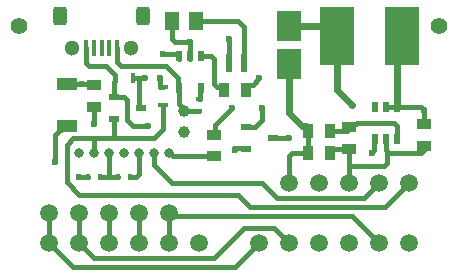
<source format=gtl>
G04*
G04 #@! TF.GenerationSoftware,Altium Limited,Altium Designer,20.2.7 (254)*
G04*
G04 Layer_Physical_Order=1*
G04 Layer_Color=255*
%FSLAX44Y44*%
%MOMM*%
G71*
G04*
G04 #@! TF.SameCoordinates,A1B70DDC-6B92-404E-A971-D8F3348E60A3*
G04*
G04*
G04 #@! TF.FilePolarity,Positive*
G04*
G01*
G75*
%ADD14R,1.3000X0.9000*%
%ADD15R,0.4500X0.5500*%
%ADD16R,0.5500X1.5240*%
%ADD17R,0.5500X0.4500*%
%ADD18R,0.6000X0.9500*%
%ADD19R,0.4500X0.9000*%
%ADD20R,0.9000X0.6000*%
%ADD21R,0.9000X1.3000*%
%ADD22R,0.9000X0.4500*%
%ADD23R,1.7500X1.0000*%
%ADD24R,3.0000X5.0000*%
%ADD25R,2.1500X2.5000*%
%ADD26R,0.4000X1.3500*%
%ADD27R,1.2000X1.5240*%
%ADD28C,0.6000*%
%ADD29C,0.4000*%
%ADD30C,1.0000*%
%ADD31C,0.8000*%
%ADD32C,1.5000*%
G04:AMPARAMS|DCode=33|XSize=1.2mm|YSize=1.6mm|CornerRadius=0.3mm|HoleSize=0mm|Usage=FLASHONLY|Rotation=180.000|XOffset=0mm|YOffset=0mm|HoleType=Round|Shape=RoundedRectangle|*
%AMROUNDEDRECTD33*
21,1,1.2000,1.0000,0,0,180.0*
21,1,0.6000,1.6000,0,0,180.0*
1,1,0.6000,-0.3000,0.5000*
1,1,0.6000,0.3000,0.5000*
1,1,0.6000,0.3000,-0.5000*
1,1,0.6000,-0.3000,-0.5000*
%
%ADD33ROUNDEDRECTD33*%
%ADD34C,1.3000*%
%ADD35C,1.4000*%
%ADD36C,0.6000*%
D14*
X76200Y140610D02*
D03*
Y159110D02*
D03*
X177800Y98700D02*
D03*
Y117200D02*
D03*
X292100Y105050D02*
D03*
Y123550D02*
D03*
X355600Y107950D02*
D03*
Y126450D02*
D03*
D15*
X81280Y81280D02*
D03*
X71280D02*
D03*
X106600D02*
D03*
X96600D02*
D03*
D16*
X190500Y177800D02*
D03*
X203200D02*
D03*
D17*
X165100Y147240D02*
D03*
Y137240D02*
D03*
D18*
X166980Y156680D02*
D03*
X147980D02*
D03*
Y183680D02*
D03*
X157480D02*
D03*
X166980D02*
D03*
X313900Y140500D02*
D03*
X323400D02*
D03*
X332900D02*
D03*
Y113500D02*
D03*
X323400D02*
D03*
X313900D02*
D03*
D19*
X93850Y165100D02*
D03*
X109350D02*
D03*
D20*
X115640Y139700D02*
D03*
X92640Y130200D02*
D03*
Y149200D02*
D03*
X227400Y114300D02*
D03*
X204400Y104800D02*
D03*
Y123800D02*
D03*
D21*
X204830Y154940D02*
D03*
X186330D02*
D03*
X275950Y101600D02*
D03*
X257450D02*
D03*
X275950Y120650D02*
D03*
X257450D02*
D03*
D22*
X134620Y142110D02*
D03*
Y157610D02*
D03*
D23*
X53340Y124740D02*
D03*
Y159740D02*
D03*
D24*
X336940Y200660D02*
D03*
X281940D02*
D03*
D25*
X241300Y209290D02*
D03*
Y176790D02*
D03*
D26*
X95400Y190500D02*
D03*
X69400D02*
D03*
X75900D02*
D03*
X82400D02*
D03*
X88900D02*
D03*
D27*
X162240Y213360D02*
D03*
X142240D02*
D03*
D28*
X332900Y196620D02*
X336940Y200660D01*
X332900Y140500D02*
Y196620D01*
X248920Y209290D02*
X291083D01*
X281940Y200660D02*
Y203200D01*
Y154940D02*
Y200660D01*
Y154940D02*
X294640Y142240D01*
X241300Y135285D02*
X252435Y124150D01*
X241300Y135285D02*
Y176790D01*
X257450Y120650D02*
Y122650D01*
X255950Y124150D02*
X257450Y122650D01*
X252435Y124150D02*
X255950D01*
D29*
X332900Y140500D02*
X353257D01*
X204830Y157480D02*
X206790Y159440D01*
X210240D02*
X215900Y165100D01*
X206790Y159440D02*
X210240D01*
X193040Y139700D02*
Y139700D01*
X177800Y117200D02*
X178697Y118097D01*
Y125357D01*
X193040Y139700D01*
X76200Y114300D02*
X93240D01*
X58420D02*
X76200D01*
X52867Y108747D02*
X58420Y114300D01*
X76200Y101600D02*
Y114300D01*
X52867Y76673D02*
Y108747D01*
X63500Y66040D02*
X198120D01*
X52867Y76673D02*
X63500Y66040D01*
X43180Y116660D02*
X51260Y124740D01*
X43180Y93980D02*
Y116660D01*
X63500Y81280D02*
X71280D01*
X96350D02*
Y81408D01*
X88900D02*
X96350D01*
X81280D02*
X88900D01*
X93240Y114300D02*
Y129600D01*
Y114300D02*
X127000D01*
X92640Y130200D02*
X93240Y129600D01*
X132370Y157610D02*
X134620D01*
X132120Y157860D02*
X132370Y157610D01*
X132120Y157860D02*
Y165060D01*
X132080Y165100D02*
X132120Y165060D01*
X190500Y182880D02*
Y198120D01*
X189750Y182130D02*
X190500Y182880D01*
X218440Y129540D02*
Y139700D01*
X212700Y123800D02*
X218440Y129540D01*
X147320Y154800D02*
Y165100D01*
X98892Y175430D02*
X136990D01*
X147320Y165100D01*
X157480Y183680D02*
Y195580D01*
Y181140D02*
Y183680D01*
X180340Y157480D02*
X186330D01*
X177800Y160020D02*
X180340Y157480D01*
X177800Y160020D02*
Y181337D01*
X166980Y183680D02*
X175457D01*
X177800Y181337D01*
X109220Y124460D02*
X121920D01*
X104140Y129540D02*
Y146857D01*
Y129540D02*
X109220Y124460D01*
X127000Y114300D02*
X134620Y121920D01*
Y142110D01*
X76200Y126090D02*
Y138327D01*
X165100Y147240D02*
X165600D01*
X165850Y147490D01*
Y147990D01*
X165980Y148120D01*
Y155680D01*
X166980Y156680D01*
X152400Y137160D02*
X152440Y137200D01*
X165060D01*
X165100Y137240D01*
X147980Y154140D02*
Y156680D01*
Y143204D02*
Y154140D01*
Y143204D02*
X152400Y138784D01*
Y137160D02*
Y138784D01*
X114300Y83752D02*
Y101600D01*
X111957Y81408D02*
X114300Y83752D01*
X108813Y81408D02*
X111957D01*
X88900Y81408D02*
Y101600D01*
X145620Y185250D02*
X147980Y182890D01*
X194993Y105800D02*
X203400D01*
X114365Y140700D02*
Y165100D01*
X134790Y185250D02*
X145620D01*
X53340Y159740D02*
X53620Y160020D01*
X66040D01*
X71743Y175260D02*
X85940D01*
X69400Y177603D02*
X71743Y175260D01*
X69400Y177603D02*
Y190500D01*
X92640Y149200D02*
X101797D01*
X104140Y146857D01*
X63500Y159880D02*
X73520D01*
X147980Y181140D02*
Y182890D01*
X134620Y185420D02*
X134790Y185250D01*
X114365Y165100D02*
X119380D01*
X109350D02*
X114365D01*
X115365Y139700D02*
X115640D01*
X114365Y140700D02*
X115365Y139700D01*
X95400Y178922D02*
X98892Y175430D01*
X95400Y178922D02*
Y190500D01*
X114300Y101600D02*
X114993Y102293D01*
X93850Y165100D02*
Y167350D01*
X85940Y175260D02*
X93850Y167350D01*
X92640Y149200D02*
Y161640D01*
X93850Y162850D01*
Y165100D01*
X73520Y159880D02*
X73660Y160020D01*
X51260Y124740D02*
X53340D01*
X142240Y198120D02*
Y213360D01*
X144780Y195580D02*
X157480D01*
X142240Y198120D02*
X144780Y195580D01*
X257450Y101600D02*
Y122650D01*
X203200Y182880D02*
Y208280D01*
X162240Y213360D02*
X198120D01*
X203200Y208280D01*
X164600Y147240D02*
X165100D01*
X177440Y99060D02*
X177800Y98700D01*
X143220Y99060D02*
X177440D01*
X140680Y101600D02*
X143220Y99060D01*
X139700Y101600D02*
X140680D01*
X166855Y154015D02*
X166980Y154140D01*
X322580Y55880D02*
X342900Y76200D01*
X208280Y55880D02*
X322580D01*
X198120Y66040D02*
X208280Y55880D01*
X294640Y48260D02*
X317500Y25400D01*
X139700Y50800D02*
X141307Y49193D01*
X145310D01*
X146243Y48260D01*
X294640D01*
X127000Y91440D02*
X142240Y76200D01*
X127000Y91440D02*
Y101600D01*
X142240Y76200D02*
X218440D01*
X231140Y63500D01*
X311150Y102276D02*
X312900Y104026D01*
X311150Y101600D02*
Y102276D01*
X312900Y104026D02*
Y112500D01*
X304800Y63500D02*
X317500Y76200D01*
X231140Y63500D02*
X304800D01*
X204400Y123800D02*
X212700D01*
X203400Y105800D02*
X204400Y104800D01*
X355600Y126450D02*
Y138157D01*
X353257Y140500D02*
X355600Y138157D01*
X227400Y114300D02*
X241300D01*
X323850Y92968D02*
Y103493D01*
X292100Y76200D02*
Y90625D01*
X321507D02*
X323850Y92968D01*
X292100Y90625D02*
X321507D01*
X292100D02*
Y105050D01*
X275950Y101600D02*
Y102550D01*
X278450Y105050D01*
X292100D01*
X297993Y126050D02*
X298943Y127000D01*
X294600Y126050D02*
X297993D01*
X298943Y127000D02*
X330200D01*
X292100Y123550D02*
X294600Y126050D01*
X275950Y120650D02*
X289825D01*
X323850Y103493D02*
X325743Y101600D01*
X323400Y103943D02*
X323850Y103493D01*
X332900Y113500D02*
Y124300D01*
X330200Y127000D02*
X332900Y124300D01*
X312900Y112500D02*
X313900Y113500D01*
X325743Y101600D02*
X353257D01*
X355600Y103943D01*
X323400D02*
Y113500D01*
X241300Y76200D02*
Y99257D01*
X243643Y101600D02*
X257450D01*
X241300Y99257D02*
X243643Y101600D01*
X323400Y140500D02*
X332900D01*
X38100Y25400D02*
X58420Y5080D01*
X195580D02*
X215900Y25400D01*
X58420Y5080D02*
X195580D01*
X228600Y38100D02*
X241300Y25400D01*
X203200Y38100D02*
X228600D01*
X177800Y12700D02*
X203200Y38100D01*
X76200Y12700D02*
X177800D01*
X63500Y25400D02*
X76200Y12700D01*
X139700Y25400D02*
Y50800D01*
X114300Y25400D02*
Y50800D01*
X88900Y25400D02*
Y50800D01*
X63500Y25400D02*
Y50800D01*
X38100Y25400D02*
Y50800D01*
D30*
X152400Y119380D02*
D03*
Y137160D02*
D03*
D31*
X139700Y101600D02*
D03*
X127000D02*
D03*
X114300D02*
D03*
X101600D02*
D03*
X88900D02*
D03*
X76200D02*
D03*
X63500D02*
D03*
D32*
X342900Y76200D02*
D03*
X317500D02*
D03*
X292100D02*
D03*
X266700D02*
D03*
X241300D02*
D03*
X139700Y50800D02*
D03*
X114300D02*
D03*
X88900D02*
D03*
X63500D02*
D03*
X38100D02*
D03*
X342900Y25400D02*
D03*
X317500D02*
D03*
X292100D02*
D03*
X266700D02*
D03*
X241300D02*
D03*
X215900D02*
D03*
X165100D02*
D03*
X139700D02*
D03*
X114300D02*
D03*
X88900D02*
D03*
X63500D02*
D03*
X38100D02*
D03*
D33*
X47400Y217500D02*
D03*
X117400D02*
D03*
D34*
X107400Y190500D02*
D03*
X57400D02*
D03*
D35*
X12700Y209550D02*
D03*
X368300D02*
D03*
D36*
X193040Y139700D02*
D03*
X43180Y93980D02*
D03*
X63500Y81280D02*
D03*
X132080Y165100D02*
D03*
X190500Y198120D02*
D03*
X218440Y139700D02*
D03*
X215900Y165100D02*
D03*
X121920Y124460D02*
D03*
X76200Y126090D02*
D03*
X66040Y160020D02*
D03*
X134620Y185420D02*
D03*
X119380Y165100D02*
D03*
X157480Y195580D02*
D03*
X294640Y142240D02*
D03*
X195580Y104140D02*
D03*
X311150Y101600D02*
D03*
X241300Y114300D02*
D03*
X355600Y138157D02*
D03*
M02*

</source>
